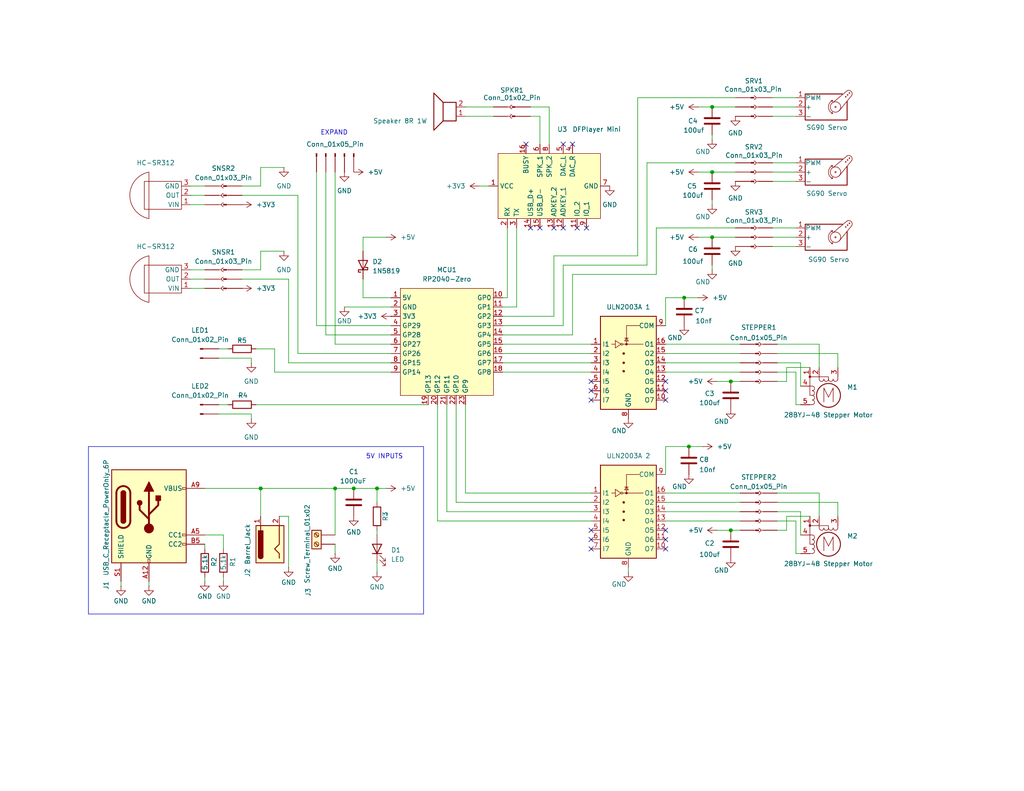
<source format=kicad_sch>
(kicad_sch (version 20231120) (generator "eeschema") (generator_version "8.0")
  (paper "USLetter")
  (title_block (title "Creature Control") (date "2025-02-07") (rev "1.0b"))
  (lib_symbols
    (symbol "Conn_01x02_Pin_1" (pin_numbers hide) (pin_names (offset 1.016) hide)
      (property "Reference" "J" (at 0 2.54 0))
      (property "Value" "Conn_01x02_Pin" (at 0 -5.08 0))
      (symbol "Conn_01x02_Pin_1_1_1"
        (pin passive line (at 5.08 0 180) (length 3.81) (name "Pin_1") (number "1"))
        (pin passive line (at 5.08 -2.54 180) (length 3.81) (name "Pin_2") (number "2"))
      )
    )
    (symbol "Conn_01x03_Pin_1" (pin_numbers hide) (pin_names (offset 1.016) hide)
      (property "Reference" "J" (at 0 5.08 0))
      (property "Value" "Conn_01x03_Pin" (at 0 -5.08 0))
      (symbol "Conn_01x03_Pin_1_1_1"
        (pin passive line (at 5.08 2.54 180) (length 3.81) (name "Pin_1") (number "1"))
        (pin passive line (at 5.08 0 180) (length 3.81) (name "Pin_2") (number "2"))
        (pin passive line (at 5.08 -2.54 180) (length 3.81) (name "Pin_3") (number "3"))
      )
    )
    (symbol "Conn_01x03_Pin_2" (pin_numbers hide) (pin_names (offset 1.016) hide)
      (property "Reference" "J" (at 0 5.08 0))
      (property "Value" "Conn_01x03_Pin" (at 0 -5.08 0))
      (symbol "Conn_01x03_Pin_2_1_1"
        (pin passive line (at 5.08 2.54 180) (length 3.81) (name "Pin_1") (number "1"))
        (pin passive line (at 5.08 0 180) (length 3.81) (name "Pin_2") (number "2"))
        (pin passive line (at 5.08 -2.54 180) (length 3.81) (name "Pin_3") (number "3"))
      )
    )
    (symbol "Conn_01x03_Socket_1" (pin_numbers hide) (pin_names (offset 1.016) hide)
      (property "Reference" "J" (at 0 5.08 0))
      (property "Value" "Conn_01x03_Socket" (at 0 -5.08 0))
      (symbol "Conn_01x03_Socket_1_1_1"
        (pin passive line (at -5.08 2.54 0) (length 3.81) (name "Pin_1") (number "1"))
        (pin passive line (at -5.08 0 0) (length 3.81) (name "Pin_2") (number "2"))
        (pin passive line (at -5.08 -2.54 0) (length 3.81) (name "Pin_3") (number "3"))
      )
    )
    (symbol "Conn_01x05_Pin_1" (pin_numbers hide) (pin_names (offset 1.016) hide)
      (property "Reference" "J" (at 0 7.62 0))
      (property "Value" "Conn_01x05_Pin" (at 0 -7.62 0))
      (symbol "Conn_01x05_Pin_1_1_1"
        (pin passive line (at 5.08 5.08 180) (length 3.81) (name "Pin_1") (number "1"))
        (pin passive line (at 5.08 2.54 180) (length 3.81) (name "Pin_2") (number "2"))
        (pin passive line (at 5.08 0 180) (length 3.81) (name "Pin_3") (number "3"))
        (pin passive line (at 5.08 -2.54 180) (length 3.81) (name "Pin_4") (number "4"))
        (pin passive line (at 5.08 -5.08 180) (length 3.81) (name "Pin_5") (number "5"))
      )
    )
    (symbol "Connector:Barrel_Jack" (pin_names (offset 1.016))
      (property "Reference" "J" (at 0 5.334 0))
      (property "Value" "Barrel_Jack" (at 0 -5.08 0))
      (symbol "Barrel_Jack_1_1"
        (pin passive line (at 7.62 2.54 180) (length 2.54) (name "~") (number "1"))
        (pin passive line (at 7.62 -2.54 180) (length 2.54) (name "~") (number "2"))
      )
    )
    (symbol "Connector:Conn_01x02_Pin" (pin_numbers hide) (pin_names (offset 1.016) hide)
      (property "Reference" "J" (at 0 2.54 0))
      (property "Value" "Conn_01x02_Pin" (at 0 -5.08 0))
      (symbol "Conn_01x02_Pin_1_1"
        (pin passive line (at 5.08 0 180) (length 3.81) (name "Pin_1") (number "1"))
        (pin passive line (at 5.08 -2.54 180) (length 3.81) (name "Pin_2") (number "2"))
      )
    )
    (symbol "Connector:Conn_01x02_Socket" (pin_numbers hide) (pin_names (offset 1.016) hide)
      (property "Reference" "J" (at 0 2.54 0))
      (property "Value" "Conn_01x02_Socket" (at 0 -5.08 0))
      (symbol "Conn_01x02_Socket_1_1"
        (pin passive line (at -5.08 0 0) (length 3.81) (name "Pin_1") (number "1"))
        (pin passive line (at -5.08 -2.54 0) (length 3.81) (name "Pin_2") (number "2"))
      )
    )
    (symbol "Connector:Conn_01x03_Pin" (pin_numbers hide) (pin_names (offset 1.016) hide)
      (property "Reference" "J" (at 0 5.08 0))
      (property "Value" "Conn_01x03_Pin" (at 0 -5.08 0))
      (symbol "Conn_01x03_Pin_1_1"
        (pin passive line (at 5.08 2.54 180) (length 3.81) (name "Pin_1") (number "1"))
        (pin passive line (at 5.08 0 180) (length 3.81) (name "Pin_2") (number "2"))
        (pin passive line (at 5.08 -2.54 180) (length 3.81) (name "Pin_3") (number "3"))
      )
    )
    (symbol "Connector:Conn_01x03_Socket" (pin_numbers hide) (pin_names (offset 1.016) hide)
      (property "Reference" "J" (at 0 5.08 0))
      (property "Value" "Conn_01x03_Socket" (at 0 -5.08 0))
      (symbol "Conn_01x03_Socket_1_1"
        (pin passive line (at -5.08 2.54 0) (length 3.81) (name "Pin_1") (number "1"))
        (pin passive line (at -5.08 0 0) (length 3.81) (name "Pin_2") (number "2"))
        (pin passive line (at -5.08 -2.54 0) (length 3.81) (name "Pin_3") (number "3"))
      )
    )
    (symbol "Connector:Conn_01x05_Pin" (pin_numbers hide) (pin_names (offset 1.016) hide)
      (property "Reference" "J" (at 0 7.62 0))
      (property "Value" "Conn_01x05_Pin" (at 0 -7.62 0))
      (symbol "Conn_01x05_Pin_1_1"
        (pin passive line (at 5.08 5.08 180) (length 3.81) (name "Pin_1") (number "1"))
        (pin passive line (at 5.08 2.54 180) (length 3.81) (name "Pin_2") (number "2"))
        (pin passive line (at 5.08 0 180) (length 3.81) (name "Pin_3") (number "3"))
        (pin passive line (at 5.08 -2.54 180) (length 3.81) (name "Pin_4") (number "4"))
        (pin passive line (at 5.08 -5.08 180) (length 3.81) (name "Pin_5") (number "5"))
      )
    )
    (symbol "Connector:Conn_01x05_Socket" (pin_numbers hide) (pin_names (offset 1.016) hide)
      (property "Reference" "J" (at 0 7.62 0))
      (property "Value" "Conn_01x05_Socket" (at 0 -7.62 0))
      (symbol "Conn_01x05_Socket_1_1"
        (pin passive line (at -5.08 5.08 0) (length 3.81) (name "Pin_1") (number "1"))
        (pin passive line (at -5.08 2.54 0) (length 3.81) (name "Pin_2") (number "2"))
        (pin passive line (at -5.08 0 0) (length 3.81) (name "Pin_3") (number "3"))
        (pin passive line (at -5.08 -2.54 0) (length 3.81) (name "Pin_4") (number "4"))
        (pin passive line (at -5.08 -5.08 0) (length 3.81) (name "Pin_5") (number "5"))
      )
    )
    (symbol "Connector:Screw_Terminal_01x02" (pin_numbers hide) (pin_names (offset 1.016) hide)
      (property "Reference" "J" (at 0 2.54 0))
      (property "Value" "Screw_Terminal_01x02" (at 0 -5.08 0))
      (symbol "Screw_Terminal_01x02_1_1"
        (pin passive line (at -5.08 0 0) (length 3.81) (name "Pin_1") (number "1"))
        (pin passive line (at -5.08 -2.54 0) (length 3.81) (name "Pin_2") (number "2"))
      )
    )
    (symbol "Connector:USB_C_Receptacle_PowerOnly_6P" (pin_names (offset 1.016))
      (property "Reference" "J" (at 0 16.51 0))
      (property "Value" "USB_C_Receptacle_PowerOnly_6P" (at 0 13.97 0))
      (symbol "USB_C_Receptacle_PowerOnly_6P_1_1"
        (pin passive line (at 0 -17.78 90) (length 5.08) (name "GND") (number "A12"))
        (pin bidirectional line (at 15.24 -5.08 180) (length 5.08) (name "CC1") (number "A5"))
        (pin passive line (at 15.24 7.62 180) (length 5.08) (name "VBUS") (number "A9"))
        (pin passive line (at 0 -17.78 90) (length 5.08) hide (name "GND") (number "B12"))
        (pin bidirectional line (at 15.24 -7.62 180) (length 5.08) (name "CC2") (number "B5"))
        (pin passive line (at 15.24 7.62 180) (length 5.08) hide (name "VBUS") (number "B9"))
        (pin passive line (at -7.62 -17.78 90) (length 5.08) (name "SHIELD") (number "S1"))
      )
    )
    (symbol "Device:C" (pin_numbers hide) (pin_names (offset 0.254))
      (property "Reference" "C" (at 0.635 2.54 0))
      (property "Value" "C" (at 0.635 -2.54 0))
      (symbol "C_1_1"
        (pin passive line (at 0 3.81 270) (length 2.794) (name "~") (number "1"))
        (pin passive line (at 0 -3.81 90) (length 2.794) (name "~") (number "2"))
      )
    )
    (symbol "Device:LED" (pin_numbers hide) (pin_names (offset 1.016) hide)
      (property "Reference" "D" (at 0 2.54 0))
      (property "Value" "LED" (at 0 -2.54 0))
      (symbol "LED_1_1"
        (pin passive line (at -3.81 0 0) (length 2.54) (name "K") (number "1"))
        (pin passive line (at 3.81 0 180) (length 2.54) (name "A") (number "2"))
      )
    )
    (symbol "Device:R" (pin_numbers hide) (pin_names (offset 0) hide)
      (property "Reference" "R" (at 2.032 0 90))
      (property "Value" "R" (at 0 0 90))
      (symbol "R_1_1"
        (pin passive line (at 0 3.81 270) (length 1.27) (name "~") (number "1"))
        (pin passive line (at 0 -3.81 90) (length 1.27) (name "~") (number "2"))
      )
    )
    (symbol "Device:Speaker" (pin_names (offset 0) hide)
      (property "Reference" "LS" (at 1.27 5.715 0))
      (property "Value" "Speaker" (at 1.27 3.81 0))
      (symbol "Speaker_1_1"
        (pin input line (at -5.08 0 0) (length 2.54) (name "1") (number "1"))
        (pin input line (at -5.08 -2.54 0) (length 2.54) (name "2") (number "2"))
      )
    )
    (symbol "Diode:1N5819" (pin_numbers hide) (pin_names (offset 1.016) hide)
      (property "Reference" "D" (at 0 2.54 0))
      (property "Value" "1N5819" (at 0 -2.54 0))
      (symbol "1N5819_1_1"
        (pin passive line (at -3.81 0 0) (length 2.54) (name "K") (number "1"))
        (pin passive line (at 3.81 0 180) (length 2.54) (name "A") (number "2"))
      )
    )
    (symbol "Ken_Library:DFPlayer_Mini"
      (property "Reference" "U" (at -7.62 15.24 0))
      (property "Value" "DFPlayer Mini" (at 7.62 -15.24 0))
      (symbol "DFPlayer_Mini_1_1"
        (pin power_in line (at 0 16.51 270) (length 2.54) (name "VCC") (number "1"))
        (pin passive line (at 0 -16.51 90) (length 2.54) hide (name "GND") (number "10"))
        (pin input line (at -11.43 -7.62 0) (length 2.54) (name "IO_2") (number "11"))
        (pin input line (at -11.43 -3.81 0) (length 2.54) (name "ADKEY_1") (number "12"))
        (pin input line (at -11.43 -1.27 0) (length 2.54) (name "ADKEY_2") (number "13"))
        (pin bidirectional line (at -11.43 5.08 0) (length 2.54) (name "USB_D+") (number "14"))
        (pin bidirectional line (at -11.43 2.54 0) (length 2.54) (name "USB_D-") (number "15"))
        (pin output line (at 11.43 6.35 180) (length 2.54) (name "BUSY") (number "16"))
        (pin input line (at -11.43 11.43 0) (length 2.54) (name "RX") (number "2"))
        (pin output line (at -11.43 8.89 0) (length 2.54) (name "TX") (number "3"))
        (pin output line (at 11.43 -6.35 180) (length 2.54) (name "DAC_R") (number "4"))
        (pin output line (at 11.43 -3.81 180) (length 2.54) (name "DAC_L") (number "5"))
        (pin output line (at 11.43 2.54 180) (length 2.54) (name "SPK_1") (number "6"))
        (pin power_in line (at 0 -16.51 90) (length 2.54) (name "GND") (number "7"))
        (pin output line (at 11.43 0 180) (length 2.54) (name "SPK_2") (number "8"))
        (pin input line (at -11.43 -10.16 0) (length 2.54) (name "IO_1") (number "9"))
      )
    )
    (symbol "Ken_Library:HC-SR312"
      (property "Reference" "PIR Motion Sensor" (at 0 7.112 0))
      (symbol "HC-SR312_1_1"
        (pin input line (at -2.54 -11.43 90) (length 2.54) (name "VIN") (number "1"))
        (pin output line (at 0 -11.43 90) (length 2.54) (name "OUT") (number "2"))
        (pin input line (at 2.54 -11.43 90) (length 2.54) (name "GND") (number "3"))
      )
    )
    (symbol "Ken_Library:RP2040-Zero"
      (property "Reference" "U" (at 0 0 0))
      (property "Value" "RP2040-Zero" (at 0 8.89 0))
      (symbol "RP2040-Zero_1_1"
        (pin power_in line (at -15.24 5.08 0) (length 2.54) (name "5V") (number "1"))
        (pin bidirectional line (at 15.24 5.08 180) (length 2.54) (name "GP0") (number "10"))
        (pin bidirectional line (at 15.24 2.54 180) (length 2.54) (name "GP1") (number "11"))
        (pin bidirectional line (at 15.24 0 180) (length 2.54) (name "GP2") (number "12"))
        (pin bidirectional line (at 15.24 -2.54 180) (length 2.54) (name "GP3") (number "13"))
        (pin bidirectional line (at 15.24 -5.08 180) (length 2.54) (name "GP4") (number "14"))
        (pin bidirectional line (at 15.24 -7.62 180) (length 2.54) (name "GP5") (number "15"))
        (pin bidirectional line (at 15.24 -10.16 180) (length 2.54) (name "GP6") (number "16"))
        (pin bidirectional line (at 15.24 -12.7 180) (length 2.54) (name "GP7") (number "17"))
        (pin bidirectional line (at 15.24 -15.24 180) (length 2.54) (name "GP8") (number "18"))
        (pin bidirectional line (at -5.08 -24.13 90) (length 2.54) (name "GP13") (number "19"))
        (pin power_in line (at -15.24 2.54 0) (length 2.54) (name "GND") (number "2"))
        (pin bidirectional line (at -2.54 -24.13 90) (length 2.54) (name "GP12") (number "20"))
        (pin bidirectional line (at 0 -24.13 90) (length 2.54) (name "GP11") (number "21"))
        (pin bidirectional line (at 2.54 -24.13 90) (length 2.54) (name "GP10") (number "22"))
        (pin bidirectional line (at 5.08 -24.13 90) (length 2.54) (name "GP9") (number "23"))
        (pin power_in line (at -15.24 0 0) (length 2.54) (name "3V3") (number "3"))
        (pin bidirectional line (at -15.24 -2.54 0) (length 2.54) (name "GP29") (number "4"))
        (pin bidirectional line (at -15.24 -5.08 0) (length 2.54) (name "GP28") (number "5"))
        (pin bidirectional line (at -15.24 -7.62 0) (length 2.54) (name "GP27") (number "6"))
        (pin bidirectional line (at -15.24 -10.16 0) (length 2.54) (name "GP26") (number "7"))
        (pin bidirectional line (at -15.24 -12.7 0) (length 2.54) (name "GP15") (number "8"))
        (pin bidirectional line (at -15.24 -15.24 0) (length 2.54) (name "GP14") (number "9"))
      )
    )
    (symbol "Motor:Motor_Servo" (pin_names (offset 0.0254))
      (property "Reference" "M" (at -5.08 4.445 0))
      (property "Value" "Motor_Servo" (at -5.08 -4.064 0))
      (symbol "Motor_Servo_1_1"
        (pin passive line (at -7.62 2.54 0) (length 2.54) (name "PWM") (number "1"))
        (pin passive line (at -7.62 0 0) (length 2.54) (name "+") (number "2"))
        (pin passive line (at -7.62 -2.54 0) (length 2.54) (name "-") (number "3"))
      )
    )
    (symbol "Motor:Stepper_Motor_unipolar_5pin" (pin_names (offset 0) hide)
      (property "Reference" "M" (at 3.81 2.54 0))
      (property "Value" "Stepper_Motor_unipolar_5pin" (at 3.81 1.27 0))
      (symbol "Stepper_Motor_unipolar_5pin_1_1"
        (pin passive line (at -5.08 7.62 270) (length 2.54) (name "~") (number "1"))
        (pin passive line (at -2.54 7.62 270) (length 2.54) (name "~") (number "2"))
        (pin passive line (at 2.54 7.62 270) (length 2.54) (name "-") (number "3"))
        (pin passive line (at -7.62 2.54 0) (length 2.54) (name "~") (number "4"))
        (pin passive line (at -7.62 -2.54 0) (length 2.54) (name "~") (number "5"))
      )
    )
    (symbol "R_1" (pin_numbers hide) (pin_names (offset 0) hide)
      (property "Reference" "R" (at 2.032 0 90))
      (property "Value" "R" (at 0 0 90))
      (symbol "R_1_1_1"
        (pin passive line (at 0 3.81 270) (length 1.27) (name "~") (number "1"))
        (pin passive line (at 0 -3.81 90) (length 1.27) (name "~") (number "2"))
      )
    )
    (symbol "R_2" (pin_numbers hide) (pin_names (offset 0) hide)
      (property "Reference" "R" (at 2.032 0 90))
      (property "Value" "R" (at 0 0 90))
      (symbol "R_2_1_1"
        (pin passive line (at 0 3.81 270) (length 1.27) (name "~") (number "1"))
        (pin passive line (at 0 -3.81 90) (length 1.27) (name "~") (number "2"))
      )
    )
    (symbol "R_3" (pin_numbers hide) (pin_names (offset 0) hide)
      (property "Reference" "R" (at 2.032 0 90))
      (property "Value" "R" (at 0 0 90))
      (symbol "R_3_1_1"
        (pin passive line (at 0 3.81 270) (length 1.27) (name "~") (number "1"))
        (pin passive line (at 0 -3.81 90) (length 1.27) (name "~") (number "2"))
      )
    )
    (symbol "Transistor_Array:ULN2003"
      (property "Reference" "U" (at 0 15.875 0))
      (property "Value" "ULN2003" (at 0 13.97 0))
      (symbol "ULN2003_1_1"
        (pin input line (at -10.16 5.08 0) (length 2.54) (name "I1") (number "1"))
        (pin open_collector line (at 10.16 -10.16 180) (length 2.54) (name "O7") (number "10"))
        (pin open_collector line (at 10.16 -7.62 180) (length 2.54) (name "O6") (number "11"))
        (pin open_collector line (at 10.16 -5.08 180) (length 2.54) (name "O5") (number "12"))
        (pin open_collector line (at 10.16 -2.54 180) (length 2.54) (name "O4") (number "13"))
        (pin open_collector line (at 10.16 0 180) (length 2.54) (name "O3") (number "14"))
        (pin open_collector line (at 10.16 2.54 180) (length 2.54) (name "O2") (number "15"))
        (pin open_collector line (at 10.16 5.08 180) (length 2.54) (name "O1") (number "16"))
        (pin input line (at -10.16 2.54 0) (length 2.54) (name "I2") (number "2"))
        (pin input line (at -10.16 0 0) (length 2.54) (name "I3") (number "3"))
        (pin input line (at -10.16 -2.54 0) (length 2.54) (name "I4") (number "4"))
        (pin input line (at -10.16 -5.08 0) (length 2.54) (name "I5") (number "5"))
        (pin input line (at -10.16 -7.62 0) (length 2.54) (name "I6") (number "6"))
        (pin input line (at -10.16 -10.16 0) (length 2.54) (name "I7") (number "7"))
        (pin power_in line (at 0 -15.24 90) (length 2.54) (name "GND") (number "8"))
        (pin passive line (at 10.16 10.16 180) (length 2.54) (name "COM") (number "9"))
      )
    )
    (symbol "power:+3V3" (power) (pin_numbers hide) (pin_names (offset 0) hide)
      (property "Value" "+3V3" (at 0 3.556 0))
      (symbol "+3V3_1_1"
        (pin power_in line (at 0 0 90) (length 0) (name "~") (number "1"))
      )
    )
    (symbol "power:+5V" (power) (pin_numbers hide) (pin_names (offset 0) hide)
      (property "Value" "+5V" (at 0 3.556 0))
      (symbol "+5V_1_1"
        (pin power_in line (at 0 0 90) (length 0) (name "~") (number "1"))
      )
    )
    (symbol "power:GND" (power) (pin_numbers hide) (pin_names (offset 0) hide)
      (property "Value" "GND" (at 0 -3.81 0))
      (symbol "GND_1_1"
        (pin power_in line (at 0 0 270) (length 0) (name "~") (number "1"))
      )
    )
  )
  (junction (at 199.39 104.14))
  (junction (at 186.69 81.28))
  (junction (at 96.52 133.35))
  (junction (at 194.31 46.99))
  (junction (at 91.44 133.35))
  (junction (at 194.31 64.77))
  (junction (at 194.31 29.21))
  (junction (at 187.96 121.92))
  (junction (at 71.12 133.35))
  (junction (at 199.39 144.78))
  (junction (at 102.87 133.35))
  (no_connect (at 161.29 144.78))
  (no_connect (at 144.78 62.23))
  (no_connect (at 181.61 104.14))
  (no_connect (at 157.48 62.23))
  (no_connect (at 181.61 149.86))
  (no_connect (at 160.02 62.23))
  (no_connect (at 156.21 39.37))
  (no_connect (at 143.51 39.37))
  (no_connect (at 161.29 104.14))
  (no_connect (at 153.67 62.23))
  (no_connect (at 161.29 149.86))
  (no_connect (at 151.13 62.23))
  (no_connect (at 161.29 147.32))
  (no_connect (at 181.61 147.32))
  (no_connect (at 147.32 62.23))
  (no_connect (at 161.29 109.22))
  (no_connect (at 153.67 39.37))
  (no_connect (at 181.61 144.78))
  (no_connect (at 161.29 106.68))
  (no_connect (at 181.61 109.22))
  (no_connect (at 181.61 106.68))
  (wire (pts (xy 212.09 134.62) (xy 223.52 134.62)))
  (wire (pts (xy 102.87 133.35) (xy 102.87 137.16)))
  (wire (pts (xy 214.63 100.33) (xy 214.63 104.14)))
  (wire (pts (xy 194.31 54.61) (xy 194.31 55.88)))
  (wire (pts (xy 93.98 83.82) (xy 106.68 83.82)))
  (wire (pts (xy 102.87 144.78) (xy 102.87 146.05)))
  (wire (pts (xy 134.62 29.21) (xy 127 29.21)))
  (wire (pts (xy 52.07 55.88) (xy 55.88 55.88)))
  (wire (pts (xy 210.82 29.21) (xy 217.17 29.21)))
  (wire (pts (xy 210.82 62.23) (xy 217.17 62.23)))
  (wire (pts (xy 134.62 31.75) (xy 127 31.75)))
  (wire (pts (xy 137.16 99.06) (xy 161.29 99.06)))
  (wire (pts (xy 181.61 101.6) (xy 201.93 101.6)))
  (wire (pts (xy 74.93 101.6) (xy 106.68 101.6)))
  (wire (pts (xy 99.06 81.28) (xy 99.06 76.2)))
  (wire (pts (xy 59.69 113.03) (xy 68.58 113.03)))
  (wire (pts (xy 179.07 74.93) (xy 179.07 62.23)))
  (wire (pts (xy 228.6 137.16) (xy 228.6 140.97)))
  (wire (pts (xy 71.12 45.72) (xy 77.47 45.72)))
  (wire (pts (xy 217.17 151.13) (xy 218.44 151.13)))
  (wire (pts (xy 60.96 146.05) (xy 55.88 146.05)))
  (wire (pts (xy 96.52 133.35) (xy 102.87 133.35)))
  (wire (pts (xy 179.07 62.23) (xy 200.66 62.23)))
  (wire (pts (xy 153.67 88.9) (xy 153.67 72.39)))
  (wire (pts (xy 181.61 93.98) (xy 201.93 93.98)))
  (wire (pts (xy 71.12 73.66) (xy 66.04 73.66)))
  (wire (pts (xy 71.12 133.35) (xy 91.44 133.35)))
  (wire (pts (xy 181.61 137.16) (xy 201.93 137.16)))
  (wire (pts (xy 149.86 29.21) (xy 144.78 29.21)))
  (wire (pts (xy 99.06 81.28) (xy 106.68 81.28)))
  (wire (pts (xy 214.63 140.97) (xy 214.63 144.78)))
  (wire (pts (xy 176.53 72.39) (xy 176.53 44.45)))
  (wire (pts (xy 181.61 139.7) (xy 201.93 139.7)))
  (wire (pts (xy 52.07 73.66) (xy 55.88 73.66)))
  (wire (pts (xy 68.58 113.03) (xy 68.58 114.3)))
  (wire (pts (xy 33.02 160.02) (xy 33.02 158.75)))
  (wire (pts (xy 223.52 93.98) (xy 223.52 100.33)))
  (wire (pts (xy 190.5 64.77) (xy 194.31 64.77)))
  (wire (pts (xy 218.44 99.06) (xy 218.44 105.41)))
  (wire (pts (xy 181.61 129.54) (xy 181.61 121.92)))
  (wire (pts (xy 194.31 29.21) (xy 200.66 29.21)))
  (wire (pts (xy 102.87 133.35) (xy 105.41 133.35)))
  (wire (pts (xy 137.16 93.98) (xy 161.29 93.98)))
  (wire (pts (xy 195.58 104.14) (xy 199.39 104.14)))
  (wire (pts (xy 218.44 99.06) (xy 212.09 99.06)))
  (wire (pts (xy 181.61 96.52) (xy 201.93 96.52)))
  (wire (pts (xy 78.74 140.97) (xy 78.74 154.94)))
  (wire (pts (xy 81.28 96.52) (xy 106.68 96.52)))
  (wire (pts (xy 52.07 50.8) (xy 55.88 50.8)))
  (wire (pts (xy 210.82 46.99) (xy 217.17 46.99)))
  (wire (pts (xy 214.63 100.33) (xy 220.98 100.33)))
  (wire (pts (xy 60.96 149.86) (xy 60.96 146.05)))
  (wire (pts (xy 137.16 88.9) (xy 153.67 88.9)))
  (wire (pts (xy 99.06 64.77) (xy 105.41 64.77)))
  (wire (pts (xy 138.43 81.28) (xy 138.43 62.23)))
  (wire (pts (xy 68.58 97.79) (xy 68.58 99.06)))
  (wire (pts (xy 60.96 158.75) (xy 60.96 157.48)))
  (wire (pts (xy 59.69 97.79) (xy 68.58 97.79)))
  (wire (pts (xy 121.92 110.49) (xy 121.92 139.7)))
  (wire (pts (xy 81.28 53.34) (xy 81.28 96.52)))
  (wire (pts (xy 176.53 44.45) (xy 200.66 44.45)))
  (wire (pts (xy 173.99 69.85) (xy 173.99 26.67)))
  (wire (pts (xy 88.9 46.99) (xy 88.9 91.44)))
  (wire (pts (xy 190.5 81.28) (xy 186.69 81.28)))
  (wire (pts (xy 151.13 86.36) (xy 151.13 69.85)))
  (wire (pts (xy 40.64 160.02) (xy 40.64 158.75)))
  (wire (pts (xy 76.2 140.97) (xy 78.74 140.97)))
  (wire (pts (xy 217.17 110.49) (xy 218.44 110.49)))
  (wire (pts (xy 181.61 99.06) (xy 201.93 99.06)))
  (wire (pts (xy 91.44 93.98) (xy 91.44 46.99)))
  (wire (pts (xy 149.86 39.37) (xy 149.86 29.21)))
  (wire (pts (xy 210.82 64.77) (xy 217.17 64.77)))
  (wire (pts (xy 86.36 88.9) (xy 86.36 46.99)))
  (wire (pts (xy 91.44 133.35) (xy 96.52 133.35)))
  (wire (pts (xy 212.09 139.7) (xy 218.44 139.7)))
  (wire (pts (xy 210.82 31.75) (xy 217.17 31.75)))
  (wire (pts (xy 121.92 139.7) (xy 161.29 139.7)))
  (wire (pts (xy 181.61 121.92) (xy 187.96 121.92)))
  (wire (pts (xy 217.17 101.6) (xy 217.17 110.49)))
  (wire (pts (xy 55.88 149.86) (xy 55.88 148.59)))
  (wire (pts (xy 91.44 151.13) (xy 91.44 148.59)))
  (wire (pts (xy 190.5 29.21) (xy 194.31 29.21)))
  (wire (pts (xy 156.21 74.93) (xy 179.07 74.93)))
  (wire (pts (xy 137.16 86.36) (xy 151.13 86.36)))
  (wire (pts (xy 218.44 139.7) (xy 218.44 146.05)))
  (wire (pts (xy 210.82 26.67) (xy 217.17 26.67)))
  (wire (pts (xy 62.23 95.25) (xy 59.69 95.25)))
  (wire (pts (xy 52.07 53.34) (xy 55.88 53.34)))
  (wire (pts (xy 137.16 91.44) (xy 156.21 91.44)))
  (wire (pts (xy 214.63 140.97) (xy 220.98 140.97)))
  (wire (pts (xy 156.21 91.44) (xy 156.21 74.93)))
  (wire (pts (xy 210.82 49.53) (xy 217.17 49.53)))
  (wire (pts (xy 127 134.62) (xy 161.29 134.62)))
  (wire (pts (xy 181.61 142.24) (xy 201.93 142.24)))
  (wire (pts (xy 69.85 95.25) (xy 74.93 95.25)))
  (wire (pts (xy 106.68 93.98) (xy 91.44 93.98)))
  (wire (pts (xy 55.88 133.35) (xy 71.12 133.35)))
  (wire (pts (xy 52.07 78.74) (xy 55.88 78.74)))
  (wire (pts (xy 71.12 73.66) (xy 71.12 68.58)))
  (wire (pts (xy 151.13 69.85) (xy 173.99 69.85)))
  (wire (pts (xy 147.32 39.37) (xy 147.32 31.75)))
  (wire (pts (xy 181.61 88.9) (xy 181.61 81.28)))
  (wire (pts (xy 228.6 96.52) (xy 212.09 96.52)))
  (wire (pts (xy 91.44 133.35) (xy 91.44 146.05)))
  (wire (pts (xy 137.16 96.52) (xy 161.29 96.52)))
  (wire (pts (xy 194.31 38.1) (xy 194.31 36.83)))
  (wire (pts (xy 147.32 31.75) (xy 144.78 31.75)))
  (wire (pts (xy 66.04 53.34) (xy 81.28 53.34)))
  (wire (pts (xy 181.61 81.28) (xy 186.69 81.28)))
  (wire (pts (xy 106.68 91.44) (xy 88.9 91.44)))
  (wire (pts (xy 71.12 50.8) (xy 71.12 45.72)))
  (wire (pts (xy 78.74 99.06) (xy 106.68 99.06)))
  (wire (pts (xy 127 110.49) (xy 127 134.62)))
  (wire (pts (xy 194.31 64.77) (xy 200.66 64.77)))
  (wire (pts (xy 199.39 144.78) (xy 201.93 144.78)))
  (wire (pts (xy 71.12 68.58) (xy 77.47 68.58)))
  (wire (pts (xy 119.38 110.49) (xy 119.38 142.24)))
  (wire (pts (xy 71.12 133.35) (xy 71.12 140.97)))
  (wire (pts (xy 210.82 44.45) (xy 217.17 44.45)))
  (wire (pts (xy 212.09 142.24) (xy 217.17 142.24)))
  (wire (pts (xy 52.07 76.2) (xy 55.88 76.2)))
  (wire (pts (xy 130.81 50.8) (xy 133.35 50.8)))
  (wire (pts (xy 191.77 121.92) (xy 187.96 121.92)))
  (wire (pts (xy 223.52 93.98) (xy 212.09 93.98)))
  (wire (pts (xy 124.46 110.49) (xy 124.46 137.16)))
  (wire (pts (xy 212.09 137.16) (xy 228.6 137.16)))
  (wire (pts (xy 137.16 83.82) (xy 140.97 83.82)))
  (wire (pts (xy 212.09 144.78) (xy 214.63 144.78)))
  (wire (pts (xy 153.67 72.39) (xy 176.53 72.39)))
  (wire (pts (xy 194.31 73.66) (xy 194.31 72.39)))
  (wire (pts (xy 74.93 95.25) (xy 74.93 101.6)))
  (wire (pts (xy 228.6 96.52) (xy 228.6 100.33)))
  (wire (pts (xy 190.5 46.99) (xy 194.31 46.99)))
  (wire (pts (xy 119.38 142.24) (xy 161.29 142.24)))
  (wire (pts (xy 55.88 158.75) (xy 55.88 157.48)))
  (wire (pts (xy 194.31 46.99) (xy 200.66 46.99)))
  (wire (pts (xy 195.58 144.78) (xy 199.39 144.78)))
  (wire (pts (xy 173.99 26.67) (xy 200.66 26.67)))
  (wire (pts (xy 62.23 110.49) (xy 59.69 110.49)))
  (wire (pts (xy 124.46 137.16) (xy 161.29 137.16)))
  (wire (pts (xy 106.68 88.9) (xy 86.36 88.9)))
  (wire (pts (xy 69.85 110.49) (xy 116.84 110.49)))
  (wire (pts (xy 137.16 101.6) (xy 161.29 101.6)))
  (wire (pts (xy 71.12 50.8) (xy 66.04 50.8)))
  (wire (pts (xy 99.06 68.58) (xy 99.06 64.77)))
  (wire (pts (xy 199.39 104.14) (xy 201.93 104.14)))
  (wire (pts (xy 137.16 81.28) (xy 138.43 81.28)))
  (wire (pts (xy 217.17 142.24) (xy 217.17 151.13)))
  (wire (pts (xy 102.87 156.21) (xy 102.87 153.67)))
  (wire (pts (xy 217.17 101.6) (xy 212.09 101.6)))
  (wire (pts (xy 214.63 104.14) (xy 212.09 104.14)))
  (wire (pts (xy 140.97 83.82) (xy 140.97 62.23)))
  (wire (pts (xy 66.04 76.2) (xy 78.74 76.2)))
  (wire (pts (xy 171.45 156.21) (xy 171.45 154.94)))
  (wire (pts (xy 223.52 134.62) (xy 223.52 140.97)))
  (wire (pts (xy 181.61 134.62) (xy 201.93 134.62)))
  (wire (pts (xy 78.74 76.2) (xy 78.74 99.06)))
  (wire (pts (xy 210.82 67.31) (xy 217.17 67.31)))
  (rectangle (start 24.13 121.92) (end 115.57 167.64))
  (text "5V INPUTS" (at 104.902 124.714 0) (effects (font (size 1.27 1.27))))
  (text "EXPAND" (at 91.186 36.322 0) (effects (font (size 1.27 1.27))))
  (symbol (lib_id "Device:C") (at 194.31 68.58 180) (unit 1)
    (property "Reference" "C6" (at 187.706 68.072 0) (effects (justify right)))
    (property "Value" "100uf" (at 186.182 71.374 0) (effects (justify right)))
    (property "Description" "Unpolarized capacitor" (effects (hide yes)))
  )
  (symbol (lib_id "Motor:Stepper_Motor_unipolar_5pin") (at 226.06 148.59 0) (unit 1)
    (property "Reference" "M2" (at 231.14 146.342 0) (effects (justify left)))
    (property "Value" "28BYJ-48 Stepper Motor" (at 213.868 153.924 0) (effects (justify left)))
    (property "Datasheet" "http://www.infineon.com/dgdl/Application-Note-TLE8110EE_driving_UniPolarStepperMotor_V1.1.pdf?fileId=db3a30431be39b97011be5d0aa0a00b0" (effects (hide yes)))
    (property "Description" "5-wire unipolar stepper motor" (effects (hide yes)))
  )
  (symbol (lib_name "Conn_01x05_Pin_1") (lib_id "Connector:Conn_01x05_Pin") (at 207.01 139.7 180) (unit 1)
    (property "Reference" "STEPPER2" (at 202.184 130.302 0) (effects (justify right)))
    (property "Value" "Conn_01x05_Pin" (at 199.136 132.842 0) (effects (justify right)))
    (property "Description" "Generic connector, single row, 01x05, script generated" (effects (hide yes)))
  )
  (symbol (lib_id "Connector:Conn_01x03_Pin") (at 205.74 29.21 180) (unit 1)
    (property "Reference" "SRV1" (at 203.2 22.098 0) (effects (justify right)))
    (property "Value" "Conn_01x03_Pin" (at 197.612 24.384 0) (effects (justify right)))
    (property "Description" "Generic connector, single row, 01x03, script generated" (effects (hide yes)))
  )
  (symbol (lib_id "power:GND") (at 186.69 88.9 0) (unit 1)
    (property "Reference" "#PWR011" (effects (hide yes)))
    (property "Value" "GND" (at 184.15 92.202 0))
    (property "Description" "Power symbol creates a global label with name \"GND\" , ground" (effects (hide yes)))
  )
  (symbol (lib_id "power:GND") (at 55.88 158.75 0) (unit 1)
    (property "Reference" "#PWR038" (effects (hide yes)))
    (property "Value" "GND" (at 55.88 162.814 0))
    (property "Description" "Power symbol creates a global label with name \"GND\" , ground" (effects (hide yes)))
  )
  (symbol (lib_id "power:GND") (at 96.52 140.97 0) (unit 1)
    (property "Reference" "#PWR09" (effects (hide yes)))
    (property "Value" "GND" (at 96.52 145.288 0))
    (property "Description" "Power symbol creates a global label with name \"GND\" , ground" (effects (hide yes)))
  )
  (symbol (lib_id "Motor:Motor_Servo") (at 224.79 29.21 0) (unit 1)
    (property "Reference" "SERVO1" (effects (hide yes)))
    (property "Value" "SG90 Servo" (at 219.964 34.798 0) (effects (justify left)))
    (property "Datasheet" "http://forums.parallax.com/uploads/attachments/46831/74481.png" (effects (hide yes)))
    (property "Description" "Servo Motor (Futaba, HiTec, JR connector)" (effects (hide yes)))
  )
  (symbol (lib_id "Device:C") (at 199.39 148.59 180) (unit 1)
    (property "Reference" "C2" (at 192.278 148.336 0) (effects (justify right)))
    (property "Value" "100uf" (at 190.754 151.384 0) (effects (justify right)))
    (property "Description" "Unpolarized capacitor" (effects (hide yes)))
  )
  (symbol (lib_id "Device:Speaker") (at 121.92 31.75 180) (unit 1)
    (property "Reference" "LS1" (effects (hide yes)))
    (property "Value" "Speaker 8R 1W" (at 116.586 33.02 0) (effects (justify left)))
    (property "Description" "Speaker" (effects (hide yes)))
  )
  (symbol (lib_id "power:GND") (at 200.66 49.53 0) (unit 1)
    (property "Reference" "#PWR022" (effects (hide yes)))
    (property "Value" "GND" (at 200.66 54.102 0))
    (property "Description" "Power symbol creates a global label with name \"GND\" , ground" (effects (hide yes)))
  )
  (symbol (lib_id "power:GND") (at 77.47 68.58 0) (unit 1)
    (property "Reference" "#PWR020" (effects (hide yes)))
    (property "Value" "GND" (at 77.47 73.66 0))
    (property "Description" "Power symbol creates a global label with name \"GND\" , ground" (effects (hide yes)))
  )
  (symbol (lib_id "Device:C") (at 199.39 107.95 180) (unit 1)
    (property "Reference" "C3" (at 192.278 107.442 0) (effects (justify right)))
    (property "Value" "100uf" (at 190.754 109.982 0) (effects (justify right)))
    (property "Description" "Unpolarized capacitor" (effects (hide yes)))
  )
  (symbol (lib_name "R_3") (lib_id "Device:R") (at 102.87 140.97 0) (unit 1)
    (property "Reference" "R3" (at 105.156 140.97 90))
    (property "Value" "~" (at 105.41 140.9699 90) (effects (justify left)))
    (property "Description" "Resistor" (effects (hide yes)))
  )
  (symbol (lib_id "Motor:Stepper_Motor_unipolar_5pin") (at 226.06 107.95 0) (unit 1)
    (property "Reference" "M1" (at 231.14 105.702 0) (effects (justify left)))
    (property "Value" "28BYJ-48 Stepper Motor" (at 213.868 113.284 0) (effects (justify left)))
    (property "Datasheet" "http://www.infineon.com/dgdl/Application-Note-TLE8110EE_driving_UniPolarStepperMotor_V1.1.pdf?fileId=db3a30431be39b97011be5d0aa0a00b0" (effects (hide yes)))
    (property "Description" "5-wire unipolar stepper motor" (effects (hide yes)))
  )
  (symbol (lib_name "Conn_01x03_Pin_1") (lib_id "Connector:Conn_01x03_Pin") (at 60.96 76.2 0) (unit 1)
    (property "Reference" "SNSR1" (at 60.96 68.834 0))
    (property "Value" "Conn_01x03_Pin" (at 60.96 71.374 0))
    (property "Description" "Generic connector, single row, 01x03, script generated" (effects (hide yes)))
  )
  (symbol (lib_id "Transistor_Array:ULN2003") (at 171.45 99.06 0) (unit 1)
    (property "Reference" "U4" (effects (hide yes)))
    (property "Value" "ULN2003A 1" (at 171.45 83.82 0))
    (property "Datasheet" "http://www.ti.com/lit/ds/symlink/uln2003a.pdf" (effects (hide yes)))
    (property "Description" "High Voltage, High Current Darlington Transistor Arrays, SOIC16/SOIC16W/DIP16/TSSOP16" (effects (hide yes)))
  )
  (symbol (lib_id "power:GND") (at 194.31 73.66 0) (unit 1)
    (property "Reference" "#PWR016" (effects (hide yes)))
    (property "Value" "GND" (at 191.77 76.962 0))
    (property "Description" "Power symbol creates a global label with name \"GND\" , ground" (effects (hide yes)))
  )
  (symbol (lib_id "Connector:Conn_01x05_Socket") (at 207.01 99.06 180) (unit 1)
    (property "Reference" "J9" (effects (hide yes)))
    (property "Value" "Conn_01x05_Socket" (effects (hide yes)))
    (property "Description" "Generic connector, single row, 01x05, script generated" (effects (hide yes)))
  )
  (symbol (lib_id "power:+3V3") (at 66.04 78.74 270) (unit 1)
    (property "Reference" "#PWR034" (effects (hide yes)))
    (property "Value" "+3V3" (at 69.85 78.7399 90) (effects (justify left)))
    (property "Description" "Power symbol creates a global label with name \"+3V3\"" (effects (hide yes)))
  )
  (symbol (lib_id "Connector:Conn_01x05_Pin") (at 91.44 41.91 270) (unit 1)
    (property "Reference" "J12" (effects (hide yes)))
    (property "Value" "Conn_01x05_Pin" (at 91.44 39.37 90))
    (property "Description" "Generic connector, single row, 01x05, script generated" (effects (hide yes)))
  )
  (symbol (lib_id "Transistor_Array:ULN2003") (at 171.45 139.7 0) (unit 1)
    (property "Reference" "U1" (effects (hide yes)))
    (property "Value" "ULN2003A 2" (at 171.45 124.46 0))
    (property "Datasheet" "http://www.ti.com/lit/ds/symlink/uln2003a.pdf" (effects (hide yes)))
    (property "Description" "High Voltage, High Current Darlington Transistor Arrays, SOIC16/SOIC16W/DIP16/TSSOP16" (effects (hide yes)))
  )
  (symbol (lib_id "Connector:Conn_01x03_Pin") (at 205.74 46.99 180) (unit 1)
    (property "Reference" "SRV2" (at 203.2 40.132 0) (effects (justify right)))
    (property "Value" "Conn_01x03_Pin" (at 197.866 42.418 0) (effects (justify right)))
    (property "Description" "Generic connector, single row, 01x03, script generated" (effects (hide yes)))
  )
  (symbol (lib_id "power:GND") (at 166.37 50.8 0) (unit 1)
    (property "Reference" "#PWR07" (effects (hide yes)))
    (property "Value" "GND" (at 166.37 55.88 0))
    (property "Description" "Power symbol creates a global label with name \"GND\" , ground" (effects (hide yes)))
  )
  (symbol (lib_id "power:GND") (at 77.47 45.72 0) (unit 1)
    (property "Reference" "#PWR03" (effects (hide yes)))
    (property "Value" "GND" (at 77.47 50.8 0))
    (property "Description" "Power symbol creates a global label with name \"GND\" , ground" (effects (hide yes)))
  )
  (symbol (lib_name "Conn_01x03_Socket_1") (lib_id "Connector:Conn_01x03_Socket") (at 205.74 29.21 180) (unit 1)
    (property "Reference" "J5" (effects (hide yes)))
    (property "Value" "Conn_01x03_Socket" (effects (hide yes)))
    (property "Description" "Generic connector, single row, 01x03, script generated" (effects (hide yes)))
  )
  (symbol (lib_id "Connector:Barrel_Jack") (at 73.66 148.59 90) (unit 1)
    (property "Reference" "J2" (at 67.564 155.194 0) (effects (justify right)))
    (property "Value" "Barrel_Jack" (at 67.564 143.002 0) (effects (justify right)))
    (property "Description" "DC Barrel Jack" (effects (hide yes)))
  )
  (symbol (lib_id "Device:R") (at 66.04 110.49 90) (unit 1)
    (property "Reference" "R4" (at 66.294 107.95 90))
    (property "Value" "~" (at 66.0399 107.95 90) (effects (justify left)))
    (property "Description" "Resistor" (effects (hide yes)))
  )
  (symbol (lib_id "power:GND") (at 91.44 151.13 0) (unit 1)
    (property "Reference" "#PWR05" (effects (hide yes)))
    (property "Value" "GND" (at 91.44 155.194 0))
    (property "Description" "Power symbol creates a global label with name \"GND\" , ground" (effects (hide yes)))
  )
  (symbol (lib_name "R_3") (lib_id "Device:R") (at 66.04 95.25 90) (unit 1)
    (property "Reference" "R5" (at 66.04 92.964 90))
    (property "Value" "~" (at 66.0399 92.71 90) (effects (justify left)))
    (property "Description" "Resistor" (effects (hide yes)))
  )
  (symbol (lib_id "power:GND") (at 102.87 156.21 0) (unit 1)
    (property "Reference" "#PWR030" (effects (hide yes)))
    (property "Value" "GND" (at 102.87 160.274 0))
    (property "Description" "Power symbol creates a global label with name \"GND\" , ground" (effects (hide yes)))
  )
  (symbol (lib_id "power:GND") (at 78.74 154.94 0) (unit 1)
    (property "Reference" "#PWR041" (effects (hide yes)))
    (property "Value" "GND" (at 78.74 159.004 0))
    (property "Description" "Power symbol creates a global label with name \"GND\" , ground" (effects (hide yes)))
  )
  (symbol (lib_id "Ken_Library:RP2040-Zero") (at 121.92 86.36 0) (unit 1)
    (property "Reference" "MCU1" (at 121.92 73.66 0))
    (property "Value" "RP2040-Zero" (at 121.92 76.2 0))
  )
  (symbol (lib_id "power:GND") (at 187.96 129.54 0) (unit 1)
    (property "Reference" "#PWR013" (effects (hide yes)))
    (property "Value" "GND" (at 185.42 132.842 0))
    (property "Description" "Power symbol creates a global label with name \"GND\" , ground" (effects (hide yes)))
  )
  (symbol (lib_id "Device:C") (at 186.69 85.09 180) (unit 1)
    (property "Reference" "C7" (at 189.484 84.836 0) (effects (justify right)))
    (property "Value" "10nf" (at 189.738 87.63 0) (effects (justify right)))
    (property "Description" "Unpolarized capacitor" (effects (hide yes)))
  )
  (symbol (lib_id "power:GND") (at 40.64 160.02 0) (unit 1)
    (property "Reference" "#PWR037" (effects (hide yes)))
    (property "Value" "GND" (at 40.64 164.084 0))
    (property "Description" "Power symbol creates a global label with name \"GND\" , ground" (effects (hide yes)))
  )
  (symbol (lib_id "power:+3V3") (at 106.68 86.36 90) (unit 1)
    (property "Reference" "#PWR035" (effects (hide yes)))
    (property "Value" "+3V3" (at 102.87 86.3599 90) (effects (justify left)))
    (property "Description" "Power symbol creates a global label with name \"+3V3\"" (effects (hide yes)))
  )
  (symbol (lib_id "power:GND") (at 200.66 31.75 0) (unit 1)
    (property "Reference" "#PWR023" (effects (hide yes)))
    (property "Value" "GND" (at 200.66 36.322 0))
    (property "Description" "Power symbol creates a global label with name \"GND\" , ground" (effects (hide yes)))
  )
  (symbol (lib_id "power:+5V") (at 195.58 144.78 90) (unit 1)
    (property "Reference" "#PWR029" (effects (hide yes)))
    (property "Value" "+5V" (at 191.77 144.7799 90) (effects (justify left)))
    (property "Description" "Power symbol creates a global label with name \"+5V\"" (effects (hide yes)))
  )
  (symbol (lib_id "Device:LED") (at 102.87 149.86 90) (unit 1)
    (property "Reference" "D1" (at 106.68 150.1774 90) (effects (justify right)))
    (property "Value" "LED" (at 106.68 152.7174 90) (effects (justify right)))
    (property "Description" "Light emitting diode" (effects (hide yes)))
  )
  (symbol (lib_id "power:+5V") (at 195.58 104.14 90) (unit 1)
    (property "Reference" "#PWR027" (effects (hide yes)))
    (property "Value" "+5V" (at 191.77 104.1399 90) (effects (justify left)))
    (property "Description" "Power symbol creates a global label with name \"+5V\"" (effects (hide yes)))
  )
  (symbol (lib_id "power:GND") (at 199.39 111.76 0) (unit 1)
    (property "Reference" "#PWR012" (effects (hide yes)))
    (property "Value" "GND" (at 196.85 115.062 0))
    (property "Description" "Power symbol creates a global label with name \"GND\" , ground" (effects (hide yes)))
  )
  (symbol (lib_id "power:GND") (at 194.31 38.1 0) (unit 1)
    (property "Reference" "#PWR018" (effects (hide yes)))
    (property "Value" "GND" (at 191.77 41.402 0))
    (property "Description" "Power symbol creates a global label with name \"GND\" , ground" (effects (hide yes)))
  )
  (symbol (lib_id "power:+5V") (at 105.41 64.77 270) (unit 1)
    (property "Reference" "#PWR04" (effects (hide yes)))
    (property "Value" "+5V" (at 109.22 64.7699 90) (effects (justify left)))
    (property "Description" "Power symbol creates a global label with name \"+5V\"" (effects (hide yes)))
  )
  (symbol (lib_name "Conn_01x02_Pin_1") (lib_id "Connector:Conn_01x02_Pin") (at 54.61 95.25 0) (unit 1)
    (property "Reference" "LED1" (at 54.61 90.17 0))
    (property "Value" "Conn_01x02_Pin" (at 54.61 92.71 0))
    (property "Description" "Generic connector, single row, 01x02, script generated" (effects (hide yes)))
  )
  (symbol (lib_id "power:GND") (at 93.98 83.82 0) (unit 1)
    (property "Reference" "#PWR06" (effects (hide yes)))
    (property "Value" "GND" (at 93.98 87.63 0))
    (property "Description" "Power symbol creates a global label with name \"GND\" , ground" (effects (hide yes)))
  )
  (symbol (lib_id "Diode:1N5819") (at 99.06 72.39 90) (unit 1)
    (property "Reference" "D2" (at 101.6 71.4374 90) (effects (justify right)))
    (property "Value" "1N5819" (at 101.6 73.9774 90) (effects (justify right)))
    (property "Footprint" "Diode_THT:D_DO-41_SOD81_P10.16mm_Horizontal" (effects (hide yes)))
    (property "Datasheet" "http://www.vishay.com/docs/88525/1n5817.pdf" (effects (hide yes)))
    (property "Description" "40V 1A Schottky Barrier Rectifier Diode, DO-41" (effects (hide yes)))
  )
  (symbol (lib_id "Device:C") (at 187.96 125.73 180) (unit 1)
    (property "Reference" "C8" (at 190.754 125.476 0) (effects (justify right)))
    (property "Value" "10nf" (at 190.754 128.27 0) (effects (justify right)))
    (property "Description" "Unpolarized capacitor" (effects (hide yes)))
  )
  (symbol (lib_id "Connector:Conn_01x03_Socket") (at 60.96 53.34 0) (unit 1)
    (property "Reference" "J11" (effects (hide yes)))
    (property "Value" "Conn_01x03_Socket" (effects (hide yes)))
    (property "Description" "Generic connector, single row, 01x03, script generated" (effects (hide yes)))
  )
  (symbol (lib_id "power:+5V") (at 190.5 64.77 90) (unit 1)
    (property "Reference" "#PWR025" (effects (hide yes)))
    (property "Value" "+5V" (at 186.69 64.7699 90) (effects (justify left)))
    (property "Description" "Power symbol creates a global label with name \"+5V\"" (effects (hide yes)))
  )
  (symbol (lib_id "power:+5V") (at 191.77 121.92 270) (unit 1)
    (property "Reference" "#PWR028" (effects (hide yes)))
    (property "Value" "+5V" (at 195.58 121.9199 90) (effects (justify left)))
    (property "Description" "Power symbol creates a global label with name \"+5V\"" (effects (hide yes)))
  )
  (symbol (lib_id "Device:C") (at 194.31 50.8 180) (unit 1)
    (property "Reference" "C5" (at 187.452 50.8 0) (effects (justify right)))
    (property "Value" "100uf" (at 186.182 53.34 0) (effects (justify right)))
    (property "Description" "Unpolarized capacitor" (effects (hide yes)))
  )
  (symbol (lib_id "power:+5V") (at 105.41 133.35 270) (unit 1)
    (property "Reference" "#PWR040" (effects (hide yes)))
    (property "Value" "+5V" (at 109.22 133.3499 90) (effects (justify left)))
    (property "Description" "Power symbol creates a global label with name \"+5V\"" (effects (hide yes)))
  )
  (symbol (lib_id "power:GND") (at 60.96 158.75 0) (unit 1)
    (property "Reference" "#PWR039" (effects (hide yes)))
    (property "Value" "GND" (at 60.96 162.814 0))
    (property "Description" "Power symbol creates a global label with name \"GND\" , ground" (effects (hide yes)))
  )
  (symbol (lib_name "Conn_01x03_Pin_2") (lib_id "Connector:Conn_01x03_Pin") (at 60.96 53.34 0) (unit 1)
    (property "Reference" "SNSR2" (at 60.96 45.974 0))
    (property "Value" "Conn_01x03_Pin" (at 60.96 48.514 0))
    (property "Description" "Generic connector, single row, 01x03, script generated" (effects (hide yes)))
  )
  (symbol (lib_id "Connector:USB_C_Receptacle_PowerOnly_6P") (at 40.64 140.97 0) (unit 1)
    (property "Reference" "J1" (at 28.956 161.036 90) (effects (justify left)))
    (property "Value" "USB_C_Receptacle_PowerOnly_6P" (at 28.956 157.226 90) (effects (justify left)))
    (property "Datasheet" "https://www.usb.org/sites/default/files/documents/usb_type-c.zip" (effects (hide yes)))
    (property "Description" "USB Power-Only 6P Type-C Receptacle connector" (effects (hide yes)))
  )
  (symbol (lib_id "power:GND") (at 68.58 114.3 0) (unit 1)
    (property "Reference" "#PWR02" (effects (hide yes)))
    (property "Value" "GND" (at 68.58 119.38 0))
    (property "Description" "Power symbol creates a global label with name \"GND\" , ground" (effects (hide yes)))
  )
  (symbol (lib_id "power:GND") (at 68.58 99.06 0) (unit 1)
    (property "Reference" "#PWR019" (effects (hide yes)))
    (property "Value" "GND" (at 68.58 104.14 0))
    (property "Description" "Power symbol creates a global label with name \"GND\" , ground" (effects (hide yes)))
  )
  (symbol (lib_id "power:+3V3") (at 130.81 50.8 90) (unit 1)
    (property "Reference" "#PWR031" (effects (hide yes)))
    (property "Value" "+3V3" (at 127 50.7999 90) (effects (justify left)))
    (property "Description" "Power symbol creates a global label with name \"+3V3\"" (effects (hide yes)))
  )
  (symbol (lib_id "Ken_Library:HC-SR312") (at 40.64 53.34 90) (unit 1)
    (property "Reference" "SNS2" (effects (hide yes)))
    (property "Value" "HC-SR312" (at 42.4796 44.45 90))
  )
  (symbol (lib_id "power:GND") (at 33.02 160.02 0) (unit 1)
    (property "Reference" "#PWR036" (effects (hide yes)))
    (property "Value" "GND" (at 33.02 164.084 0))
    (property "Description" "Power symbol creates a global label with name \"GND\" , ground" (effects (hide yes)))
  )
  (symbol (lib_id "Ken_Library:DFPlayer_Mini") (at 149.86 50.8 90) (unit 1)
    (property "Reference" "U3" (at 153.416 35.306 90))
    (property "Value" "DFPlayer Mini" (at 162.814 35.306 90))
    (property "Footprint" "DIP_Modules:DIP-16_W17.78mm" (effects (hide yes)))
    (property "Datasheet" "https://wiki.dfrobot.com/DFPlayer_Mini_SKU_DFR0299" (effects (hide yes)))
  )
  (symbol (lib_id "power:GND") (at 200.66 67.31 0) (unit 1)
    (property "Reference" "#PWR015" (effects (hide yes)))
    (property "Value" "GND" (at 200.66 71.882 0))
    (property "Description" "Power symbol creates a global label with name \"GND\" , ground" (effects (hide yes)))
  )
  (symbol (lib_id "Motor:Motor_Servo") (at 224.79 64.77 0) (unit 1)
    (property "Reference" "SERVO3" (effects (hide yes)))
    (property "Value" "SG90 Servo" (at 220.472 70.866 0) (effects (justify left)))
    (property "Datasheet" "http://forums.parallax.com/uploads/attachments/46831/74481.png" (effects (hide yes)))
    (property "Description" "Servo Motor (Futaba, HiTec, JR connector)" (effects (hide yes)))
  )
  (symbol (lib_id "power:+5V") (at 96.52 46.99 270) (unit 1)
    (property "Reference" "#PWR032" (effects (hide yes)))
    (property "Value" "+5V" (at 100.33 46.9899 90) (effects (justify left)))
    (property "Description" "Power symbol creates a global label with name \"+5V\"" (effects (hide yes)))
  )
  (symbol (lib_id "power:+5V") (at 190.5 46.99 90) (unit 1)
    (property "Reference" "#PWR024" (effects (hide yes)))
    (property "Value" "+5V" (at 186.69 46.9899 90) (effects (justify left)))
    (property "Description" "Power symbol creates a global label with name \"+5V\"" (effects (hide yes)))
  )
  (symbol (lib_name "Conn_01x03_Socket_1") (lib_id "Connector:Conn_01x03_Socket") (at 205.74 64.77 180) (unit 1)
    (property "Reference" "J7" (effects (hide yes)))
    (property "Value" "Conn_01x03_Socket" (effects (hide yes)))
    (property "Description" "Generic connector, single row, 01x03, script generated" (effects (hide yes)))
  )
  (symbol (lib_id "Connector:Conn_01x03_Pin") (at 205.74 64.77 180) (unit 1)
    (property "Reference" "SRV3" (at 203.2 57.912 0) (effects (justify right)))
    (property "Value" "Conn_01x03_Pin" (at 197.866 60.198 0) (effects (justify right)))
    (property "Description" "Generic connector, single row, 01x03, script generated" (effects (hide yes)))
  )
  (symbol (lib_id "power:+5V") (at 190.5 81.28 270) (unit 1)
    (property "Reference" "#PWR026" (effects (hide yes)))
    (property "Value" "+5V" (at 194.31 81.2799 90) (effects (justify left)))
    (property "Description" "Power symbol creates a global label with name \"+5V\"" (effects (hide yes)))
  )
  (symbol (lib_id "power:GND") (at 171.45 114.3 0) (unit 1)
    (property "Reference" "#PWR010" (effects (hide yes)))
    (property "Value" "GND" (at 168.91 117.602 0))
    (property "Description" "Power symbol creates a global label with name \"GND\" , ground" (effects (hide yes)))
  )
  (symbol (lib_id "Connector:Conn_01x05_Socket") (at 207.01 139.7 180) (unit 1)
    (property "Reference" "J8" (effects (hide yes)))
    (property "Value" "Conn_01x05_Socket" (effects (hide yes)))
    (property "Description" "Generic connector, single row, 01x05, script generated" (effects (hide yes)))
  )
  (symbol (lib_name "Conn_01x03_Socket_1") (lib_id "Connector:Conn_01x03_Socket") (at 60.96 76.2 0) (unit 1)
    (property "Reference" "J4" (effects (hide yes)))
    (property "Value" "Conn_01x03_Socket" (effects (hide yes)))
    (property "Description" "Generic connector, single row, 01x03, script generated" (effects (hide yes)))
  )
  (symbol (lib_id "Ken_Library:HC-SR312") (at 40.64 76.2 90) (unit 1)
    (property "Reference" "SNS1" (effects (hide yes)))
    (property "Value" "HC-SR312" (at 42.4796 67.31 90))
  )
  (symbol (lib_id "power:GND") (at 171.45 156.21 0) (unit 1)
    (property "Reference" "#PWR01" (effects (hide yes)))
    (property "Value" "GND" (at 168.91 159.512 0))
    (property "Description" "Power symbol creates a global label with name \"GND\" , ground" (effects (hide yes)))
  )
  (symbol (lib_name "Conn_01x03_Socket_1") (lib_id "Connector:Conn_01x03_Socket") (at 205.74 46.99 180) (unit 1)
    (property "Reference" "J6" (effects (hide yes)))
    (property "Value" "Conn_01x03_Socket" (effects (hide yes)))
    (property "Description" "Generic connector, single row, 01x03, script generated" (effects (hide yes)))
  )
  (symbol (lib_id "Device:C") (at 96.52 137.16 180) (unit 1)
    (property "Reference" "C1" (at 96.52 128.778 0))
    (property "Value" "1000uF" (at 92.71 131.318 0) (effects (justify right)))
    (property "Description" "Unpolarized capacitor" (effects (hide yes)))
  )
  (symbol (lib_id "Connector:Screw_Terminal_01x02") (at 86.36 148.59 180) (unit 1)
    (property "Reference" "J3" (at 84.074 160.528 90) (effects (justify left)))
    (property "Value" "Screw_Terminal_01x02" (at 83.82 137.668 90) (effects (justify left)))
    (property "Description" "Generic screw terminal, single row, 01x02, script generated (kicad-library-utils/schlib/autogen/connector/)" (effects (hide yes)))
  )
  (symbol (lib_id "Connector:Conn_01x02_Pin") (at 54.61 110.49 0) (unit 1)
    (property "Reference" "LED2" (at 54.61 105.41 0))
    (property "Value" "Conn_01x02_Pin" (at 54.61 107.95 0))
    (property "Description" "Generic connector, single row, 01x02, script generated" (effects (hide yes)))
  )
  (symbol (lib_name "Conn_01x05_Pin_1") (lib_id "Connector:Conn_01x05_Pin") (at 207.01 99.06 180) (unit 1)
    (property "Reference" "STEPPER1" (at 202.184 89.408 0) (effects (justify right)))
    (property "Value" "Conn_01x05_Pin" (at 199.136 92.202 0) (effects (justify right)))
    (property "Description" "Generic connector, single row, 01x05, script generated" (effects (hide yes)))
  )
  (symbol (lib_id "power:GND") (at 93.98 46.99 0) (unit 1)
    (property "Reference" "#PWR021" (effects (hide yes)))
    (property "Value" "GND" (at 93.98 52.07 0))
    (property "Description" "Power symbol creates a global label with name \"GND\" , ground" (effects (hide yes)))
  )
  (symbol (lib_name "R_2") (lib_id "Device:R") (at 55.88 153.67 0) (unit 1)
    (property "Reference" "R2" (at 58.42 153.416 90))
    (property "Value" "5.1k" (at 55.88 155.702 90) (effects (justify left)))
    (property "Description" "Resistor" (effects (hide yes)))
  )
  (symbol (lib_name "R_1") (lib_id "Device:R") (at 60.96 153.67 0) (unit 1)
    (property "Reference" "R1" (at 63.5 153.416 90))
    (property "Value" "5.1k" (at 60.96 155.702 90) (effects (justify left)))
    (property "Description" "Resistor" (effects (hide yes)))
  )
  (symbol (lib_id "Motor:Motor_Servo") (at 224.79 46.99 0) (unit 1)
    (property "Reference" "SERVO2" (effects (hide yes)))
    (property "Value" "SG90 Servo" (at 219.964 52.832 0) (effects (justify left)))
    (property "Datasheet" "http://forums.parallax.com/uploads/attachments/46831/74481.png" (effects (hide yes)))
    (property "Description" "Servo Motor (Futaba, HiTec, JR connector)" (effects (hide yes)))
  )
  (symbol (lib_id "power:+3V3") (at 66.04 55.88 270) (unit 1)
    (property "Reference" "#PWR033" (effects (hide yes)))
    (property "Value" "+3V3" (at 69.85 55.8799 90) (effects (justify left)))
    (property "Description" "Power symbol creates a global label with name \"+3V3\"" (effects (hide yes)))
  )
  (symbol (lib_id "Device:C") (at 194.31 33.02 180) (unit 1)
    (property "Reference" "C4" (at 187.706 33.02 0) (effects (justify right)))
    (property "Value" "100uf" (at 186.436 35.56 0) (effects (justify right)))
    (property "Description" "Unpolarized capacitor" (effects (hide yes)))
  )
  (symbol (lib_name "Conn_01x02_Pin_1") (lib_id "Connector:Conn_01x02_Pin") (at 139.7 29.21 0) (unit 1)
    (property "Reference" "SPKR1" (at 139.7 24.638 0))
    (property "Value" "Conn_01x02_Pin" (at 139.7 26.67 0))
    (property "Description" "Generic connector, single row, 01x02, script generated" (effects (hide yes)))
  )
  (symbol (lib_id "power:GND") (at 194.31 55.88 0) (unit 1)
    (property "Reference" "#PWR017" (effects (hide yes)))
    (property "Value" "GND" (at 191.77 59.182 0))
    (property "Description" "Power symbol creates a global label with name \"GND\" , ground" (effects (hide yes)))
  )
  (symbol (lib_id "Connector:Conn_01x02_Socket") (at 139.7 29.21 0) (unit 1)
    (property "Reference" "J10" (effects (hide yes)))
    (property "Value" "Conn_01x02_Socket" (effects (hide yes)))
    (property "Description" "Generic connector, single row, 01x02, script generated" (effects (hide yes)))
  )
  (symbol (lib_id "power:+5V") (at 190.5 29.21 90) (unit 1)
    (property "Reference" "#PWR08" (effects (hide yes)))
    (property "Value" "+5V" (at 186.69 29.2099 90) (effects (justify left)))
    (property "Description" "Power symbol creates a global label with name \"+5V\"" (effects (hide yes)))
  )
  (symbol (lib_id "power:GND") (at 199.39 152.4 0) (unit 1)
    (property "Reference" "#PWR014" (effects (hide yes)))
    (property "Value" "GND" (at 196.85 155.702 0))
    (property "Description" "Power symbol creates a global label with name \"GND\" , ground" (effects (hide yes)))
  )
)
</source>
